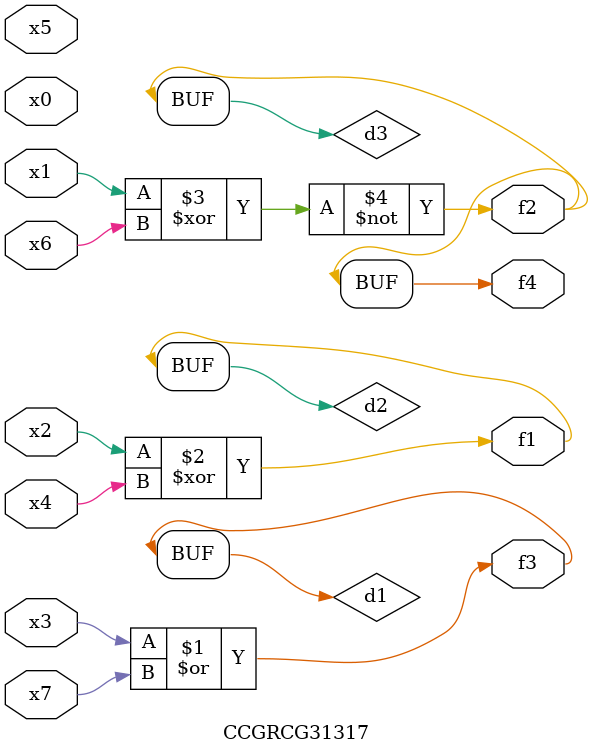
<source format=v>
module CCGRCG31317(
	input x0, x1, x2, x3, x4, x5, x6, x7,
	output f1, f2, f3, f4
);

	wire d1, d2, d3;

	or (d1, x3, x7);
	xor (d2, x2, x4);
	xnor (d3, x1, x6);
	assign f1 = d2;
	assign f2 = d3;
	assign f3 = d1;
	assign f4 = d3;
endmodule

</source>
